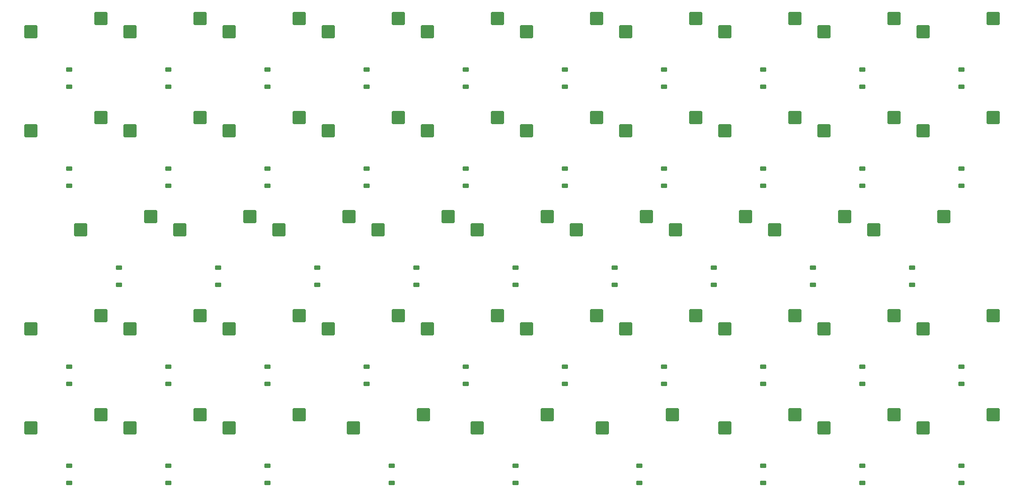
<source format=gbr>
%TF.GenerationSoftware,KiCad,Pcbnew,8.0.6*%
%TF.CreationDate,2024-12-01T20:43:42-07:00*%
%TF.ProjectId,newk-tabesque48,6e65776b-2d74-4616-9265-737175653438,rev?*%
%TF.SameCoordinates,Original*%
%TF.FileFunction,Paste,Bot*%
%TF.FilePolarity,Positive*%
%FSLAX46Y46*%
G04 Gerber Fmt 4.6, Leading zero omitted, Abs format (unit mm)*
G04 Created by KiCad (PCBNEW 8.0.6) date 2024-12-01 20:43:42*
%MOMM*%
%LPD*%
G01*
G04 APERTURE LIST*
G04 Aperture macros list*
%AMRoundRect*
0 Rectangle with rounded corners*
0 $1 Rounding radius*
0 $2 $3 $4 $5 $6 $7 $8 $9 X,Y pos of 4 corners*
0 Add a 4 corners polygon primitive as box body*
4,1,4,$2,$3,$4,$5,$6,$7,$8,$9,$2,$3,0*
0 Add four circle primitives for the rounded corners*
1,1,$1+$1,$2,$3*
1,1,$1+$1,$4,$5*
1,1,$1+$1,$6,$7*
1,1,$1+$1,$8,$9*
0 Add four rect primitives between the rounded corners*
20,1,$1+$1,$2,$3,$4,$5,0*
20,1,$1+$1,$4,$5,$6,$7,0*
20,1,$1+$1,$6,$7,$8,$9,0*
20,1,$1+$1,$8,$9,$2,$3,0*%
G04 Aperture macros list end*
%ADD10RoundRect,0.250000X1.025000X1.000000X-1.025000X1.000000X-1.025000X-1.000000X1.025000X-1.000000X0*%
%ADD11RoundRect,0.225000X0.375000X-0.225000X0.375000X0.225000X-0.375000X0.225000X-0.375000X-0.225000X0*%
G04 APERTURE END LIST*
D10*
%TO.C,MX33*%
X176409000Y-112522000D03*
X189859000Y-109982000D03*
%TD*%
%TO.C,MX31*%
X214509000Y-112522000D03*
X227959000Y-109982000D03*
%TD*%
%TO.C,MX44*%
X147834000Y-131572000D03*
X161284000Y-129032000D03*
%TD*%
%TO.C,MX4*%
X176409000Y-55372000D03*
X189859000Y-52832000D03*
%TD*%
%TO.C,MX12*%
X214509000Y-74422000D03*
X227959000Y-71882000D03*
%TD*%
%TO.C,MX37*%
X100209000Y-112522000D03*
X113659000Y-109982000D03*
%TD*%
%TO.C,MX20*%
X62109000Y-74422000D03*
X75559000Y-71882000D03*
%TD*%
%TO.C,MX39*%
X62109000Y-112522000D03*
X75559000Y-109982000D03*
%TD*%
%TO.C,MX3*%
X195459000Y-55372000D03*
X208909000Y-52832000D03*
%TD*%
%TO.C,MX13*%
X195459000Y-74422000D03*
X208909000Y-71882000D03*
%TD*%
D11*
%TO.C,D32*%
X202819000Y-123124500D03*
X202819000Y-119824500D03*
%TD*%
%TO.C,D31*%
X221869000Y-123124500D03*
X221869000Y-119824500D03*
%TD*%
D10*
%TO.C,MX2*%
X214509000Y-55372000D03*
X227959000Y-52832000D03*
%TD*%
%TO.C,MX7*%
X119259000Y-55372000D03*
X132709000Y-52832000D03*
%TD*%
D11*
%TO.C,D36*%
X126619000Y-123124500D03*
X126619000Y-119824500D03*
%TD*%
%TO.C,D15*%
X164719000Y-85024500D03*
X164719000Y-81724500D03*
%TD*%
D10*
%TO.C,MX1*%
X233559000Y-55372000D03*
X247009000Y-52832000D03*
%TD*%
%TO.C,MX19*%
X81159000Y-74422000D03*
X94609000Y-71882000D03*
%TD*%
D11*
%TO.C,D6*%
X145669000Y-65974500D03*
X145669000Y-62674500D03*
%TD*%
%TO.C,D5*%
X164719000Y-65974500D03*
X164719000Y-62674500D03*
%TD*%
D10*
%TO.C,MX40*%
X233559000Y-131572000D03*
X247009000Y-129032000D03*
%TD*%
%TO.C,MX36*%
X119259000Y-112522000D03*
X132709000Y-109982000D03*
%TD*%
%TO.C,MX46*%
X100209000Y-131572000D03*
X113659000Y-129032000D03*
%TD*%
D11*
%TO.C,D45*%
X131381500Y-142174500D03*
X131381500Y-138874500D03*
%TD*%
D10*
%TO.C,MX16*%
X138309000Y-74422000D03*
X151759000Y-71882000D03*
%TD*%
%TO.C,MX41*%
X214509000Y-131572000D03*
X227959000Y-129032000D03*
%TD*%
%TO.C,MX17*%
X119259000Y-74422000D03*
X132709000Y-71882000D03*
%TD*%
D11*
%TO.C,D9*%
X88519000Y-65974500D03*
X88519000Y-62674500D03*
%TD*%
D10*
%TO.C,MX9*%
X81159000Y-55372000D03*
X94609000Y-52832000D03*
%TD*%
%TO.C,MX25*%
X147834000Y-93472000D03*
X161284000Y-90932000D03*
%TD*%
D11*
%TO.C,D39*%
X69469000Y-123124500D03*
X69469000Y-119824500D03*
%TD*%
%TO.C,D48*%
X69469000Y-142174500D03*
X69469000Y-138874500D03*
%TD*%
D10*
%TO.C,MX10*%
X62109000Y-55372000D03*
X75559000Y-52832000D03*
%TD*%
D11*
%TO.C,D19*%
X88519000Y-85024500D03*
X88519000Y-81724500D03*
%TD*%
%TO.C,D4*%
X183769000Y-65974500D03*
X183769000Y-62674500D03*
%TD*%
D10*
%TO.C,MX5*%
X157359000Y-55372000D03*
X170809000Y-52832000D03*
%TD*%
%TO.C,MX23*%
X185934000Y-93472000D03*
X199384000Y-90932000D03*
%TD*%
D11*
%TO.C,D24*%
X174244000Y-104074500D03*
X174244000Y-100774500D03*
%TD*%
%TO.C,D12*%
X221869000Y-85024500D03*
X221869000Y-81724500D03*
%TD*%
%TO.C,D17*%
X126619000Y-85024500D03*
X126619000Y-81724500D03*
%TD*%
%TO.C,D8*%
X107569000Y-65974500D03*
X107569000Y-62674500D03*
%TD*%
D10*
%TO.C,MX24*%
X166884000Y-93472000D03*
X180334000Y-90932000D03*
%TD*%
%TO.C,MX27*%
X109734000Y-93472000D03*
X123184000Y-90932000D03*
%TD*%
D11*
%TO.C,D43*%
X179006500Y-142174500D03*
X179006500Y-138874500D03*
%TD*%
%TO.C,D13*%
X202819000Y-85024500D03*
X202819000Y-81724500D03*
%TD*%
%TO.C,D7*%
X126619000Y-65974500D03*
X126619000Y-62674500D03*
%TD*%
%TO.C,D30*%
X240919000Y-123124500D03*
X240919000Y-119824500D03*
%TD*%
%TO.C,D2*%
X221869000Y-65974500D03*
X221869000Y-62674500D03*
%TD*%
%TO.C,D1*%
X240919000Y-65974500D03*
X240919000Y-62674500D03*
%TD*%
D10*
%TO.C,MX47*%
X81159000Y-131572000D03*
X94609000Y-129032000D03*
%TD*%
D11*
%TO.C,D42*%
X202819000Y-142174500D03*
X202819000Y-138874500D03*
%TD*%
D10*
%TO.C,MX30*%
X233559000Y-112522000D03*
X247009000Y-109982000D03*
%TD*%
%TO.C,MX14*%
X176409000Y-74422000D03*
X189859000Y-71882000D03*
%TD*%
D11*
%TO.C,D35*%
X145669000Y-123124500D03*
X145669000Y-119824500D03*
%TD*%
D10*
%TO.C,MX11*%
X233559000Y-74422000D03*
X247009000Y-71882000D03*
%TD*%
%TO.C,MX22*%
X204984000Y-93472000D03*
X218434000Y-90932000D03*
%TD*%
D11*
%TO.C,D38*%
X88519000Y-123124500D03*
X88519000Y-119824500D03*
%TD*%
D10*
%TO.C,MX15*%
X157359000Y-74422000D03*
X170809000Y-71882000D03*
%TD*%
%TO.C,MX43*%
X171884000Y-131572000D03*
X185334000Y-129032000D03*
%TD*%
%TO.C,MX35*%
X138309000Y-112522000D03*
X151759000Y-109982000D03*
%TD*%
D11*
%TO.C,D16*%
X145669000Y-85024500D03*
X145669000Y-81724500D03*
%TD*%
%TO.C,D37*%
X107569000Y-123124500D03*
X107569000Y-119824500D03*
%TD*%
%TO.C,D34*%
X164719000Y-123124500D03*
X164719000Y-119824500D03*
%TD*%
%TO.C,D29*%
X78994000Y-104074500D03*
X78994000Y-100774500D03*
%TD*%
%TO.C,D20*%
X69469000Y-85024500D03*
X69469000Y-81724500D03*
%TD*%
D10*
%TO.C,MX29*%
X71634000Y-93472000D03*
X85084000Y-90932000D03*
%TD*%
D11*
%TO.C,D23*%
X193294000Y-104074500D03*
X193294000Y-100774500D03*
%TD*%
%TO.C,D40*%
X240919000Y-142174500D03*
X240919000Y-138874500D03*
%TD*%
D10*
%TO.C,MX34*%
X157359000Y-112522000D03*
X170809000Y-109982000D03*
%TD*%
D11*
%TO.C,D21*%
X231394000Y-104074500D03*
X231394000Y-100774500D03*
%TD*%
D10*
%TO.C,MX8*%
X100209000Y-55372000D03*
X113659000Y-52832000D03*
%TD*%
D11*
%TO.C,D18*%
X107569000Y-85024500D03*
X107569000Y-81724500D03*
%TD*%
%TO.C,D25*%
X155194000Y-104074500D03*
X155194000Y-100774500D03*
%TD*%
%TO.C,D26*%
X136144000Y-104074500D03*
X136144000Y-100774500D03*
%TD*%
D10*
%TO.C,MX26*%
X128784000Y-93472000D03*
X142234000Y-90932000D03*
%TD*%
D11*
%TO.C,D27*%
X117094000Y-104074500D03*
X117094000Y-100774500D03*
%TD*%
D10*
%TO.C,MX48*%
X62109000Y-131572000D03*
X75559000Y-129032000D03*
%TD*%
%TO.C,MX6*%
X138309000Y-55372000D03*
X151759000Y-52832000D03*
%TD*%
%TO.C,MX28*%
X90684000Y-93472000D03*
X104134000Y-90932000D03*
%TD*%
%TO.C,MX38*%
X81159000Y-112522000D03*
X94609000Y-109982000D03*
%TD*%
D11*
%TO.C,D47*%
X88519000Y-142174500D03*
X88519000Y-138874500D03*
%TD*%
%TO.C,D44*%
X155194000Y-142174500D03*
X155194000Y-138874500D03*
%TD*%
%TO.C,D41*%
X221869000Y-142174500D03*
X221869000Y-138874500D03*
%TD*%
%TO.C,D3*%
X202819000Y-65974500D03*
X202819000Y-62674500D03*
%TD*%
D10*
%TO.C,MX18*%
X100209000Y-74422000D03*
X113659000Y-71882000D03*
%TD*%
D11*
%TO.C,D33*%
X183769000Y-123124500D03*
X183769000Y-119824500D03*
%TD*%
%TO.C,D10*%
X69469000Y-65974500D03*
X69469000Y-62674500D03*
%TD*%
%TO.C,D22*%
X212344000Y-104074500D03*
X212344000Y-100774500D03*
%TD*%
D10*
%TO.C,MX45*%
X124021500Y-131572000D03*
X137471500Y-129032000D03*
%TD*%
D11*
%TO.C,D46*%
X107569000Y-142174500D03*
X107569000Y-138874500D03*
%TD*%
%TO.C,D28*%
X98044000Y-104074500D03*
X98044000Y-100774500D03*
%TD*%
D10*
%TO.C,MX32*%
X195459000Y-112522000D03*
X208909000Y-109982000D03*
%TD*%
%TO.C,MX21*%
X224034000Y-93472000D03*
X237484000Y-90932000D03*
%TD*%
D11*
%TO.C,D11*%
X240919000Y-85024500D03*
X240919000Y-81724500D03*
%TD*%
D10*
%TO.C,MX42*%
X195459000Y-131572000D03*
X208909000Y-129032000D03*
%TD*%
D11*
%TO.C,D14*%
X183769000Y-85024500D03*
X183769000Y-81724500D03*
%TD*%
M02*

</source>
